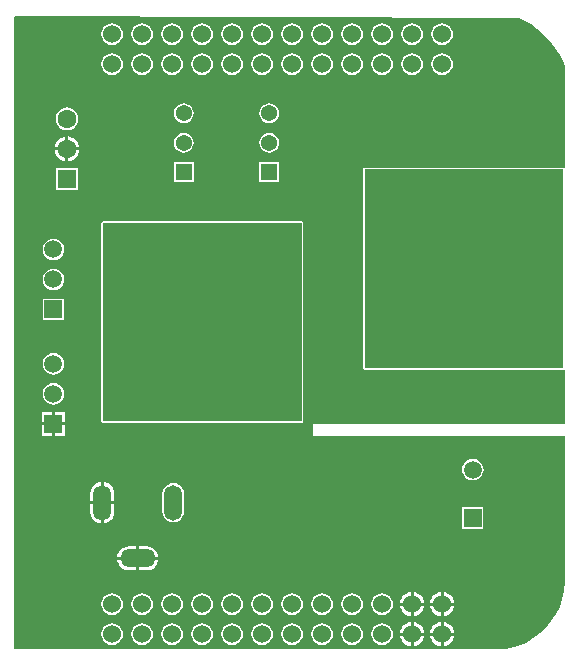
<source format=gbl>
G04*
G04 #@! TF.GenerationSoftware,Altium Limited,Altium Designer,23.2.1 (34)*
G04*
G04 Layer_Physical_Order=2*
G04 Layer_Color=16711680*
%FSLAX44Y44*%
%MOMM*%
G71*
G04*
G04 #@! TF.SameCoordinates,98CE878A-1806-4984-BA15-9BEB6A1E334D*
G04*
G04*
G04 #@! TF.FilePolarity,Positive*
G04*
G01*
G75*
%ADD50C,1.3716*%
%ADD51R,1.3716X1.3716*%
%ADD68C,1.6000*%
%ADD69R,1.6000X1.6000*%
%ADD70R,1.5000X1.5000*%
%ADD71C,1.5000*%
%ADD72C,1.5240*%
%ADD73O,1.5000X3.0000*%
%ADD74O,3.0000X1.5000*%
%ADD75C,0.7000*%
%ADD76C,0.6000*%
%ADD77C,1.0000*%
%ADD78C,1.2700*%
%ADD79C,0.9000*%
G36*
X436208Y539732D02*
X436208Y539732D01*
X436208Y539732D01*
X439469Y538092D01*
X445673Y534244D01*
X451511Y529861D01*
X456936Y524975D01*
X461905Y519627D01*
X466379Y513858D01*
X470322Y507714D01*
X473703Y501243D01*
X475100Y497871D01*
Y413279D01*
X473830Y412556D01*
X473251Y412795D01*
X305155D01*
X304007Y412320D01*
X304007Y412320D01*
X303531Y411172D01*
X303529Y243393D01*
X303994Y242270D01*
X304004Y242245D01*
X305153Y241769D01*
X305153Y241769D01*
X473251D01*
X473830Y242009D01*
X475100Y241286D01*
Y195667D01*
X261099Y195667D01*
X261098Y186777D01*
X261098Y185562D01*
X261098D01*
X261098Y185507D01*
X262346Y185507D01*
X262368Y185507D01*
X263616Y185507D01*
X475100Y185507D01*
X475100Y65122D01*
X475100Y65122D01*
Y61577D01*
X474279Y54535D01*
X472648Y47635D01*
X470230Y40970D01*
X467056Y34630D01*
X463170Y28700D01*
X458623Y23260D01*
X453477Y18383D01*
X447801Y14134D01*
X441671Y10571D01*
X435170Y7741D01*
X428385Y5684D01*
X424896Y5054D01*
X8186Y5054D01*
Y540411D01*
X9085Y541307D01*
X436208Y539732D01*
D02*
G37*
G36*
X473251Y243393D02*
X305153D01*
X305155Y411172D01*
X473251D01*
Y243393D01*
D02*
G37*
%LPC*%
G36*
X370762Y535040D02*
X368381Y534727D01*
X366162Y533808D01*
X364257Y532346D01*
X362795Y530441D01*
X361876Y528222D01*
X361563Y525841D01*
X361876Y523461D01*
X362795Y521242D01*
X364257Y519337D01*
X366162Y517875D01*
X368381Y516956D01*
X370762Y516643D01*
X373143Y516956D01*
X375361Y517875D01*
X377266Y519337D01*
X378728Y521242D01*
X379647Y523461D01*
X379960Y525841D01*
X379647Y528222D01*
X378728Y530441D01*
X377266Y532346D01*
X375361Y533808D01*
X373143Y534727D01*
X370762Y535040D01*
D02*
G37*
G36*
X345362D02*
X342981Y534727D01*
X340762Y533808D01*
X338857Y532346D01*
X337395Y530441D01*
X336476Y528222D01*
X336163Y525841D01*
X336476Y523461D01*
X337395Y521242D01*
X338857Y519337D01*
X340762Y517875D01*
X342981Y516956D01*
X345362Y516643D01*
X347743Y516956D01*
X349961Y517875D01*
X351866Y519337D01*
X353328Y521242D01*
X354247Y523461D01*
X354560Y525841D01*
X354247Y528222D01*
X353328Y530441D01*
X351866Y532346D01*
X349961Y533808D01*
X347743Y534727D01*
X345362Y535040D01*
D02*
G37*
G36*
X319962D02*
X317581Y534727D01*
X315362Y533808D01*
X313457Y532346D01*
X311995Y530441D01*
X311076Y528222D01*
X310763Y525841D01*
X311076Y523461D01*
X311995Y521242D01*
X313457Y519337D01*
X315362Y517875D01*
X317581Y516956D01*
X319962Y516643D01*
X322342Y516956D01*
X324561Y517875D01*
X326466Y519337D01*
X327928Y521242D01*
X328847Y523461D01*
X329160Y525841D01*
X328847Y528222D01*
X327928Y530441D01*
X326466Y532346D01*
X324561Y533808D01*
X322342Y534727D01*
X319962Y535040D01*
D02*
G37*
G36*
X294562D02*
X292181Y534727D01*
X289962Y533808D01*
X288057Y532346D01*
X286595Y530441D01*
X285676Y528222D01*
X285363Y525841D01*
X285676Y523461D01*
X286595Y521242D01*
X288057Y519337D01*
X289962Y517875D01*
X292181Y516956D01*
X294562Y516643D01*
X296943Y516956D01*
X299161Y517875D01*
X301066Y519337D01*
X302528Y521242D01*
X303447Y523461D01*
X303760Y525841D01*
X303447Y528222D01*
X302528Y530441D01*
X301066Y532346D01*
X299161Y533808D01*
X296943Y534727D01*
X294562Y535040D01*
D02*
G37*
G36*
X269162D02*
X266781Y534727D01*
X264562Y533808D01*
X262657Y532346D01*
X261195Y530441D01*
X260276Y528222D01*
X259963Y525841D01*
X260276Y523461D01*
X261195Y521242D01*
X262657Y519337D01*
X264562Y517875D01*
X266781Y516956D01*
X269162Y516643D01*
X271542Y516956D01*
X273761Y517875D01*
X275666Y519337D01*
X277128Y521242D01*
X278047Y523461D01*
X278360Y525841D01*
X278047Y528222D01*
X277128Y530441D01*
X275666Y532346D01*
X273761Y533808D01*
X271542Y534727D01*
X269162Y535040D01*
D02*
G37*
G36*
X243762D02*
X241381Y534727D01*
X239162Y533808D01*
X237257Y532346D01*
X235795Y530441D01*
X234876Y528222D01*
X234563Y525841D01*
X234876Y523461D01*
X235795Y521242D01*
X237257Y519337D01*
X239162Y517875D01*
X241381Y516956D01*
X243762Y516643D01*
X246143Y516956D01*
X248361Y517875D01*
X250266Y519337D01*
X251728Y521242D01*
X252647Y523461D01*
X252960Y525841D01*
X252647Y528222D01*
X251728Y530441D01*
X250266Y532346D01*
X248361Y533808D01*
X246143Y534727D01*
X243762Y535040D01*
D02*
G37*
G36*
X218362D02*
X215981Y534727D01*
X213762Y533808D01*
X211857Y532346D01*
X210395Y530441D01*
X209476Y528222D01*
X209163Y525841D01*
X209476Y523461D01*
X210395Y521242D01*
X211857Y519337D01*
X213762Y517875D01*
X215981Y516956D01*
X218362Y516643D01*
X220742Y516956D01*
X222961Y517875D01*
X224866Y519337D01*
X226328Y521242D01*
X227247Y523461D01*
X227560Y525841D01*
X227247Y528222D01*
X226328Y530441D01*
X224866Y532346D01*
X222961Y533808D01*
X220742Y534727D01*
X218362Y535040D01*
D02*
G37*
G36*
X192962D02*
X190581Y534727D01*
X188362Y533808D01*
X186457Y532346D01*
X184995Y530441D01*
X184076Y528222D01*
X183763Y525841D01*
X184076Y523461D01*
X184995Y521242D01*
X186457Y519337D01*
X188362Y517875D01*
X190581Y516956D01*
X192962Y516643D01*
X195343Y516956D01*
X197561Y517875D01*
X199466Y519337D01*
X200928Y521242D01*
X201847Y523461D01*
X202160Y525841D01*
X201847Y528222D01*
X200928Y530441D01*
X199466Y532346D01*
X197561Y533808D01*
X195343Y534727D01*
X192962Y535040D01*
D02*
G37*
G36*
X167562D02*
X165181Y534727D01*
X162962Y533808D01*
X161057Y532346D01*
X159595Y530441D01*
X158676Y528222D01*
X158363Y525841D01*
X158676Y523461D01*
X159595Y521242D01*
X161057Y519337D01*
X162962Y517875D01*
X165181Y516956D01*
X167562Y516643D01*
X169942Y516956D01*
X172161Y517875D01*
X174066Y519337D01*
X175528Y521242D01*
X176447Y523461D01*
X176760Y525841D01*
X176447Y528222D01*
X175528Y530441D01*
X174066Y532346D01*
X172161Y533808D01*
X169942Y534727D01*
X167562Y535040D01*
D02*
G37*
G36*
X142162D02*
X139781Y534727D01*
X137562Y533808D01*
X135657Y532346D01*
X134195Y530441D01*
X133276Y528222D01*
X132963Y525841D01*
X133276Y523461D01*
X134195Y521242D01*
X135657Y519337D01*
X137562Y517875D01*
X139781Y516956D01*
X142162Y516643D01*
X144543Y516956D01*
X146761Y517875D01*
X148666Y519337D01*
X150128Y521242D01*
X151047Y523461D01*
X151360Y525841D01*
X151047Y528222D01*
X150128Y530441D01*
X148666Y532346D01*
X146761Y533808D01*
X144543Y534727D01*
X142162Y535040D01*
D02*
G37*
G36*
X116762D02*
X114381Y534727D01*
X112162Y533808D01*
X110257Y532346D01*
X108795Y530441D01*
X107876Y528222D01*
X107563Y525841D01*
X107876Y523461D01*
X108795Y521242D01*
X110257Y519337D01*
X112162Y517875D01*
X114381Y516956D01*
X116762Y516643D01*
X119143Y516956D01*
X121361Y517875D01*
X123266Y519337D01*
X124728Y521242D01*
X125647Y523461D01*
X125960Y525841D01*
X125647Y528222D01*
X124728Y530441D01*
X123266Y532346D01*
X121361Y533808D01*
X119143Y534727D01*
X116762Y535040D01*
D02*
G37*
G36*
X91362D02*
X88981Y534727D01*
X86762Y533808D01*
X84857Y532346D01*
X83395Y530441D01*
X82476Y528222D01*
X82163Y525841D01*
X82476Y523461D01*
X83395Y521242D01*
X84857Y519337D01*
X86762Y517875D01*
X88981Y516956D01*
X91362Y516643D01*
X93743Y516956D01*
X95961Y517875D01*
X97866Y519337D01*
X99328Y521242D01*
X100247Y523461D01*
X100560Y525841D01*
X100247Y528222D01*
X99328Y530441D01*
X97866Y532346D01*
X95961Y533808D01*
X93743Y534727D01*
X91362Y535040D01*
D02*
G37*
G36*
X370762Y509640D02*
X368381Y509327D01*
X366162Y508408D01*
X364257Y506946D01*
X362795Y505041D01*
X361876Y502822D01*
X361563Y500441D01*
X361876Y498061D01*
X362795Y495842D01*
X364257Y493937D01*
X366162Y492475D01*
X368381Y491556D01*
X370762Y491243D01*
X373143Y491556D01*
X375361Y492475D01*
X377266Y493937D01*
X378728Y495842D01*
X379647Y498061D01*
X379960Y500441D01*
X379647Y502822D01*
X378728Y505041D01*
X377266Y506946D01*
X375361Y508408D01*
X373143Y509327D01*
X370762Y509640D01*
D02*
G37*
G36*
X345362D02*
X342981Y509327D01*
X340762Y508408D01*
X338857Y506946D01*
X337395Y505041D01*
X336476Y502822D01*
X336163Y500441D01*
X336476Y498061D01*
X337395Y495842D01*
X338857Y493937D01*
X340762Y492475D01*
X342981Y491556D01*
X345362Y491243D01*
X347743Y491556D01*
X349961Y492475D01*
X351866Y493937D01*
X353328Y495842D01*
X354247Y498061D01*
X354560Y500441D01*
X354247Y502822D01*
X353328Y505041D01*
X351866Y506946D01*
X349961Y508408D01*
X347743Y509327D01*
X345362Y509640D01*
D02*
G37*
G36*
X319962D02*
X317581Y509327D01*
X315362Y508408D01*
X313457Y506946D01*
X311995Y505041D01*
X311076Y502822D01*
X310763Y500441D01*
X311076Y498061D01*
X311995Y495842D01*
X313457Y493937D01*
X315362Y492475D01*
X317581Y491556D01*
X319962Y491243D01*
X322342Y491556D01*
X324561Y492475D01*
X326466Y493937D01*
X327928Y495842D01*
X328847Y498061D01*
X329160Y500441D01*
X328847Y502822D01*
X327928Y505041D01*
X326466Y506946D01*
X324561Y508408D01*
X322342Y509327D01*
X319962Y509640D01*
D02*
G37*
G36*
X294562D02*
X292181Y509327D01*
X289962Y508408D01*
X288057Y506946D01*
X286595Y505041D01*
X285676Y502822D01*
X285363Y500441D01*
X285676Y498061D01*
X286595Y495842D01*
X288057Y493937D01*
X289962Y492475D01*
X292181Y491556D01*
X294562Y491243D01*
X296943Y491556D01*
X299161Y492475D01*
X301066Y493937D01*
X302528Y495842D01*
X303447Y498061D01*
X303760Y500441D01*
X303447Y502822D01*
X302528Y505041D01*
X301066Y506946D01*
X299161Y508408D01*
X296943Y509327D01*
X294562Y509640D01*
D02*
G37*
G36*
X269162D02*
X266781Y509327D01*
X264562Y508408D01*
X262657Y506946D01*
X261195Y505041D01*
X260276Y502822D01*
X259963Y500441D01*
X260276Y498061D01*
X261195Y495842D01*
X262657Y493937D01*
X264562Y492475D01*
X266781Y491556D01*
X269162Y491243D01*
X271542Y491556D01*
X273761Y492475D01*
X275666Y493937D01*
X277128Y495842D01*
X278047Y498061D01*
X278360Y500441D01*
X278047Y502822D01*
X277128Y505041D01*
X275666Y506946D01*
X273761Y508408D01*
X271542Y509327D01*
X269162Y509640D01*
D02*
G37*
G36*
X243762D02*
X241381Y509327D01*
X239162Y508408D01*
X237257Y506946D01*
X235795Y505041D01*
X234876Y502822D01*
X234563Y500441D01*
X234876Y498061D01*
X235795Y495842D01*
X237257Y493937D01*
X239162Y492475D01*
X241381Y491556D01*
X243762Y491243D01*
X246143Y491556D01*
X248361Y492475D01*
X250266Y493937D01*
X251728Y495842D01*
X252647Y498061D01*
X252960Y500441D01*
X252647Y502822D01*
X251728Y505041D01*
X250266Y506946D01*
X248361Y508408D01*
X246143Y509327D01*
X243762Y509640D01*
D02*
G37*
G36*
X218362D02*
X215981Y509327D01*
X213762Y508408D01*
X211857Y506946D01*
X210395Y505041D01*
X209476Y502822D01*
X209163Y500441D01*
X209476Y498061D01*
X210395Y495842D01*
X211857Y493937D01*
X213762Y492475D01*
X215981Y491556D01*
X218362Y491243D01*
X220742Y491556D01*
X222961Y492475D01*
X224866Y493937D01*
X226328Y495842D01*
X227247Y498061D01*
X227560Y500441D01*
X227247Y502822D01*
X226328Y505041D01*
X224866Y506946D01*
X222961Y508408D01*
X220742Y509327D01*
X218362Y509640D01*
D02*
G37*
G36*
X192962D02*
X190581Y509327D01*
X188362Y508408D01*
X186457Y506946D01*
X184995Y505041D01*
X184076Y502822D01*
X183763Y500441D01*
X184076Y498061D01*
X184995Y495842D01*
X186457Y493937D01*
X188362Y492475D01*
X190581Y491556D01*
X192962Y491243D01*
X195343Y491556D01*
X197561Y492475D01*
X199466Y493937D01*
X200928Y495842D01*
X201847Y498061D01*
X202160Y500441D01*
X201847Y502822D01*
X200928Y505041D01*
X199466Y506946D01*
X197561Y508408D01*
X195343Y509327D01*
X192962Y509640D01*
D02*
G37*
G36*
X167562D02*
X165181Y509327D01*
X162962Y508408D01*
X161057Y506946D01*
X159595Y505041D01*
X158676Y502822D01*
X158363Y500441D01*
X158676Y498061D01*
X159595Y495842D01*
X161057Y493937D01*
X162962Y492475D01*
X165181Y491556D01*
X167562Y491243D01*
X169942Y491556D01*
X172161Y492475D01*
X174066Y493937D01*
X175528Y495842D01*
X176447Y498061D01*
X176760Y500441D01*
X176447Y502822D01*
X175528Y505041D01*
X174066Y506946D01*
X172161Y508408D01*
X169942Y509327D01*
X167562Y509640D01*
D02*
G37*
G36*
X142162D02*
X139781Y509327D01*
X137562Y508408D01*
X135657Y506946D01*
X134195Y505041D01*
X133276Y502822D01*
X132963Y500441D01*
X133276Y498061D01*
X134195Y495842D01*
X135657Y493937D01*
X137562Y492475D01*
X139781Y491556D01*
X142162Y491243D01*
X144543Y491556D01*
X146761Y492475D01*
X148666Y493937D01*
X150128Y495842D01*
X151047Y498061D01*
X151360Y500441D01*
X151047Y502822D01*
X150128Y505041D01*
X148666Y506946D01*
X146761Y508408D01*
X144543Y509327D01*
X142162Y509640D01*
D02*
G37*
G36*
X116762D02*
X114381Y509327D01*
X112162Y508408D01*
X110257Y506946D01*
X108795Y505041D01*
X107876Y502822D01*
X107563Y500441D01*
X107876Y498061D01*
X108795Y495842D01*
X110257Y493937D01*
X112162Y492475D01*
X114381Y491556D01*
X116762Y491243D01*
X119143Y491556D01*
X121361Y492475D01*
X123266Y493937D01*
X124728Y495842D01*
X125647Y498061D01*
X125960Y500441D01*
X125647Y502822D01*
X124728Y505041D01*
X123266Y506946D01*
X121361Y508408D01*
X119143Y509327D01*
X116762Y509640D01*
D02*
G37*
G36*
X91362D02*
X88981Y509327D01*
X86762Y508408D01*
X84857Y506946D01*
X83395Y505041D01*
X82476Y502822D01*
X82163Y500441D01*
X82476Y498061D01*
X83395Y495842D01*
X84857Y493937D01*
X86762Y492475D01*
X88981Y491556D01*
X91362Y491243D01*
X93743Y491556D01*
X95961Y492475D01*
X97866Y493937D01*
X99328Y495842D01*
X100247Y498061D01*
X100560Y500441D01*
X100247Y502822D01*
X99328Y505041D01*
X97866Y506946D01*
X95961Y508408D01*
X93743Y509327D01*
X91362Y509640D01*
D02*
G37*
G36*
X224514Y467193D02*
X222332Y466906D01*
X220299Y466064D01*
X218553Y464724D01*
X217213Y462978D01*
X216371Y460945D01*
X216084Y458763D01*
X216371Y456581D01*
X217213Y454548D01*
X218553Y452802D01*
X220299Y451462D01*
X222332Y450620D01*
X224514Y450333D01*
X226696Y450620D01*
X228729Y451462D01*
X230475Y452802D01*
X231815Y454548D01*
X232657Y456581D01*
X232944Y458763D01*
X232657Y460945D01*
X231815Y462978D01*
X230475Y464724D01*
X228729Y466064D01*
X226696Y466906D01*
X224514Y467193D01*
D02*
G37*
G36*
X152127D02*
X149945Y466906D01*
X147912Y466064D01*
X146166Y464724D01*
X144826Y462978D01*
X143984Y460945D01*
X143697Y458763D01*
X143984Y456581D01*
X144826Y454548D01*
X146166Y452802D01*
X147912Y451462D01*
X149945Y450620D01*
X152127Y450333D01*
X154309Y450620D01*
X156342Y451462D01*
X158088Y452802D01*
X159428Y454548D01*
X160270Y456581D01*
X160557Y458763D01*
X160270Y460945D01*
X159428Y462978D01*
X158088Y464724D01*
X156342Y466064D01*
X154309Y466906D01*
X152127Y467193D01*
D02*
G37*
G36*
X53135Y463675D02*
X50655Y463349D01*
X48344Y462392D01*
X46360Y460869D01*
X44837Y458885D01*
X43880Y456573D01*
X43553Y454094D01*
X43880Y451614D01*
X44837Y449302D01*
X46360Y447318D01*
X48344Y445795D01*
X50655Y444838D01*
X53135Y444511D01*
X55615Y444838D01*
X57926Y445795D01*
X59911Y447318D01*
X61433Y449302D01*
X62391Y451614D01*
X62717Y454094D01*
X62391Y456573D01*
X61433Y458885D01*
X59911Y460869D01*
X57926Y462392D01*
X55615Y463349D01*
X53135Y463675D01*
D02*
G37*
G36*
X54405Y439157D02*
Y429963D01*
X63599D01*
X63404Y431445D01*
X62342Y434009D01*
X60652Y436211D01*
X58451Y437900D01*
X55887Y438962D01*
X54405Y439157D01*
D02*
G37*
G36*
X51865D02*
X50384Y438962D01*
X47820Y437900D01*
X45618Y436211D01*
X43928Y434009D01*
X42867Y431445D01*
X42671Y429963D01*
X51865D01*
Y439157D01*
D02*
G37*
G36*
X224514Y442193D02*
X222332Y441906D01*
X220299Y441064D01*
X218553Y439724D01*
X217213Y437978D01*
X216371Y435945D01*
X216084Y433763D01*
X216371Y431581D01*
X217213Y429548D01*
X218553Y427802D01*
X220299Y426463D01*
X222332Y425620D01*
X224514Y425333D01*
X226696Y425620D01*
X228729Y426463D01*
X230475Y427802D01*
X231815Y429548D01*
X232657Y431581D01*
X232944Y433763D01*
X232657Y435945D01*
X231815Y437978D01*
X230475Y439724D01*
X228729Y441064D01*
X226696Y441906D01*
X224514Y442193D01*
D02*
G37*
G36*
X152127D02*
X149945Y441906D01*
X147912Y441064D01*
X146166Y439724D01*
X144826Y437978D01*
X143984Y435945D01*
X143697Y433763D01*
X143984Y431581D01*
X144826Y429548D01*
X146166Y427802D01*
X147912Y426463D01*
X149945Y425620D01*
X152127Y425333D01*
X154309Y425620D01*
X156342Y426463D01*
X158088Y427802D01*
X159428Y429548D01*
X160270Y431581D01*
X160557Y433763D01*
X160270Y435945D01*
X159428Y437978D01*
X158088Y439724D01*
X156342Y441064D01*
X154309Y441906D01*
X152127Y442193D01*
D02*
G37*
G36*
X63599Y427424D02*
X54405D01*
Y418230D01*
X55887Y418425D01*
X58451Y419487D01*
X60652Y421176D01*
X62342Y423378D01*
X63404Y425942D01*
X63599Y427424D01*
D02*
G37*
G36*
X51865D02*
X42671D01*
X42867Y425942D01*
X43928Y423378D01*
X45618Y421176D01*
X47820Y419487D01*
X50384Y418425D01*
X51865Y418230D01*
Y427424D01*
D02*
G37*
G36*
X232872Y417121D02*
X216156D01*
Y400405D01*
X232872D01*
Y417121D01*
D02*
G37*
G36*
X160485D02*
X143769D01*
Y400405D01*
X160485D01*
Y417121D01*
D02*
G37*
G36*
X62635Y412794D02*
X43635D01*
Y393793D01*
X62635D01*
Y412794D01*
D02*
G37*
G36*
X41785Y352724D02*
X39436Y352414D01*
X37246Y351507D01*
X35366Y350065D01*
X33924Y348185D01*
X33017Y345995D01*
X32708Y343646D01*
X33017Y341297D01*
X33924Y339107D01*
X35366Y337227D01*
X37246Y335784D01*
X39436Y334878D01*
X41785Y334568D01*
X44135Y334878D01*
X46324Y335784D01*
X48204Y337227D01*
X49647Y339107D01*
X50553Y341297D01*
X50863Y343646D01*
X50553Y345995D01*
X49647Y348185D01*
X48204Y350065D01*
X46324Y351507D01*
X44135Y352414D01*
X41785Y352724D01*
D02*
G37*
G36*
Y327324D02*
X39436Y327014D01*
X37246Y326107D01*
X35366Y324665D01*
X33924Y322785D01*
X33017Y320595D01*
X32708Y318246D01*
X33017Y315896D01*
X33924Y313707D01*
X35366Y311827D01*
X37246Y310385D01*
X39436Y309478D01*
X41785Y309168D01*
X44135Y309478D01*
X46324Y310385D01*
X48204Y311827D01*
X49647Y313707D01*
X50553Y315896D01*
X50863Y318246D01*
X50553Y320595D01*
X49647Y322785D01*
X48204Y324665D01*
X46324Y326107D01*
X44135Y327014D01*
X41785Y327324D01*
D02*
G37*
G36*
X50785Y301846D02*
X32785D01*
Y283846D01*
X50785D01*
Y301846D01*
D02*
G37*
G36*
X41785Y255723D02*
X39436Y255413D01*
X37246Y254506D01*
X35366Y253064D01*
X33924Y251184D01*
X33017Y248994D01*
X32708Y246645D01*
X33017Y244296D01*
X33924Y242106D01*
X35366Y240226D01*
X37246Y238783D01*
X39436Y237877D01*
X41785Y237567D01*
X44135Y237877D01*
X46324Y238783D01*
X48204Y240226D01*
X49647Y242106D01*
X50553Y244296D01*
X50863Y246645D01*
X50553Y248994D01*
X49647Y251184D01*
X48204Y253064D01*
X46324Y254506D01*
X44135Y255413D01*
X41785Y255723D01*
D02*
G37*
G36*
Y230323D02*
X39436Y230013D01*
X37246Y229106D01*
X35366Y227664D01*
X33924Y225784D01*
X33017Y223594D01*
X32708Y221245D01*
X33017Y218895D01*
X33924Y216706D01*
X35366Y214826D01*
X37246Y213384D01*
X39436Y212477D01*
X41785Y212167D01*
X44135Y212477D01*
X46324Y213384D01*
X48204Y214826D01*
X49647Y216706D01*
X50553Y218895D01*
X50863Y221245D01*
X50553Y223594D01*
X49647Y225784D01*
X48204Y227664D01*
X46324Y229106D01*
X44135Y230013D01*
X41785Y230323D01*
D02*
G37*
G36*
X51825Y205885D02*
X43055D01*
Y197115D01*
X51825D01*
Y205885D01*
D02*
G37*
G36*
X40515D02*
X31745D01*
Y197115D01*
X40515D01*
Y205885D01*
D02*
G37*
G36*
X251841Y367410D02*
X83744D01*
X82596Y366935D01*
X82596Y366935D01*
X82121Y365787D01*
X82119Y198008D01*
X82584Y196885D01*
X82594Y196860D01*
X83742Y196384D01*
X83742Y196384D01*
X251841D01*
X252989Y196860D01*
X253464Y198008D01*
Y365787D01*
X252989Y366935D01*
X251841Y367410D01*
D02*
G37*
G36*
X51825Y194575D02*
X43055D01*
Y185805D01*
X51825D01*
Y194575D01*
D02*
G37*
G36*
X40515D02*
X31745D01*
Y185805D01*
X40515D01*
Y194575D01*
D02*
G37*
G36*
X396851Y166198D02*
X394501Y165889D01*
X392312Y164982D01*
X390432Y163539D01*
X388989Y161659D01*
X388082Y159470D01*
X387773Y157120D01*
X388082Y154771D01*
X388989Y152581D01*
X390432Y150701D01*
X392312Y149259D01*
X394501Y148352D01*
X396851Y148043D01*
X399200Y148352D01*
X401389Y149259D01*
X403269Y150701D01*
X404712Y152581D01*
X405619Y154771D01*
X405928Y157120D01*
X405619Y159470D01*
X404712Y161659D01*
X403269Y163539D01*
X401389Y164982D01*
X399200Y165889D01*
X396851Y166198D01*
D02*
G37*
G36*
X84394Y146503D02*
Y130314D01*
X93251D01*
Y136544D01*
X92906Y139164D01*
X91894Y141607D01*
X90285Y143704D01*
X88187Y145314D01*
X85745Y146325D01*
X84394Y146503D01*
D02*
G37*
G36*
X81854Y146503D02*
X80503Y146325D01*
X78061Y145314D01*
X75963Y143704D01*
X74354Y141607D01*
X73342Y139164D01*
X72997Y136544D01*
Y130314D01*
X81854D01*
Y146503D01*
D02*
G37*
G36*
X143124Y145621D02*
X140774Y145312D01*
X138585Y144405D01*
X136705Y142962D01*
X135262Y141082D01*
X134355Y138893D01*
X134046Y136544D01*
Y121544D01*
X134355Y119194D01*
X135262Y117005D01*
X136705Y115125D01*
X138585Y113682D01*
X140774Y112775D01*
X143124Y112466D01*
X145473Y112775D01*
X147663Y113682D01*
X149543Y115125D01*
X150985Y117005D01*
X151892Y119194D01*
X152201Y121544D01*
Y136544D01*
X151892Y138893D01*
X150985Y141082D01*
X149543Y142962D01*
X147663Y144405D01*
X145473Y145312D01*
X143124Y145621D01*
D02*
G37*
G36*
X81854Y127774D02*
X72997D01*
Y121544D01*
X73342Y118923D01*
X74354Y116480D01*
X75963Y114383D01*
X78061Y112774D01*
X80503Y111762D01*
X81854Y111584D01*
Y127774D01*
D02*
G37*
G36*
X93251D02*
X84394D01*
Y111584D01*
X85745Y111762D01*
X88187Y112774D01*
X90285Y114383D01*
X91894Y116480D01*
X92906Y118923D01*
X93251Y121544D01*
Y127774D01*
D02*
G37*
G36*
X405850Y125049D02*
X387850D01*
Y107050D01*
X405850D01*
Y125049D01*
D02*
G37*
G36*
X120624Y92170D02*
X114394D01*
Y83313D01*
X130583D01*
X130405Y84664D01*
X129394Y87107D01*
X127785Y89204D01*
X125687Y90813D01*
X123245Y91825D01*
X120624Y92170D01*
D02*
G37*
G36*
X111854D02*
X105624D01*
X103003Y91825D01*
X100561Y90813D01*
X98463Y89204D01*
X96854Y87107D01*
X95842Y84664D01*
X95665Y83313D01*
X111854D01*
Y92170D01*
D02*
G37*
G36*
X130583Y80773D02*
X114394D01*
Y71917D01*
X120624D01*
X123245Y72262D01*
X125687Y73274D01*
X127785Y74883D01*
X129394Y76980D01*
X130405Y79422D01*
X130583Y80773D01*
D02*
G37*
G36*
X111854D02*
X95665D01*
X95842Y79422D01*
X96854Y76980D01*
X98463Y74883D01*
X100561Y73274D01*
X103003Y72262D01*
X105624Y71917D01*
X111854D01*
Y80773D01*
D02*
G37*
G36*
X372032Y53322D02*
Y44511D01*
X380842D01*
X380660Y45894D01*
X379636Y48365D01*
X378008Y50488D01*
X375886Y52116D01*
X373414Y53140D01*
X372032Y53322D01*
D02*
G37*
G36*
X369492D02*
X368109Y53140D01*
X365638Y52116D01*
X363516Y50488D01*
X361887Y48365D01*
X360863Y45894D01*
X360681Y44511D01*
X369492D01*
Y53322D01*
D02*
G37*
G36*
X346632D02*
Y44511D01*
X355442D01*
X355260Y45894D01*
X354236Y48365D01*
X352608Y50488D01*
X350485Y52116D01*
X348014Y53140D01*
X346632Y53322D01*
D02*
G37*
G36*
X344092D02*
X342709Y53140D01*
X340238Y52116D01*
X338116Y50488D01*
X336487Y48365D01*
X335463Y45894D01*
X335281Y44511D01*
X344092D01*
Y53322D01*
D02*
G37*
G36*
X319962Y52440D02*
X317581Y52127D01*
X315362Y51208D01*
X313457Y49746D01*
X311995Y47841D01*
X311076Y45622D01*
X310763Y43241D01*
X311076Y40861D01*
X311995Y38642D01*
X313457Y36737D01*
X315362Y35275D01*
X317581Y34356D01*
X319962Y34043D01*
X322342Y34356D01*
X324561Y35275D01*
X326466Y36737D01*
X327928Y38642D01*
X328847Y40861D01*
X329160Y43241D01*
X328847Y45622D01*
X327928Y47841D01*
X326466Y49746D01*
X324561Y51208D01*
X322342Y52127D01*
X319962Y52440D01*
D02*
G37*
G36*
X294562D02*
X292181Y52127D01*
X289962Y51208D01*
X288057Y49746D01*
X286595Y47841D01*
X285676Y45622D01*
X285363Y43241D01*
X285676Y40861D01*
X286595Y38642D01*
X288057Y36737D01*
X289962Y35275D01*
X292181Y34356D01*
X294562Y34043D01*
X296943Y34356D01*
X299161Y35275D01*
X301066Y36737D01*
X302528Y38642D01*
X303447Y40861D01*
X303760Y43241D01*
X303447Y45622D01*
X302528Y47841D01*
X301066Y49746D01*
X299161Y51208D01*
X296943Y52127D01*
X294562Y52440D01*
D02*
G37*
G36*
X269162D02*
X266781Y52127D01*
X264562Y51208D01*
X262657Y49746D01*
X261195Y47841D01*
X260276Y45622D01*
X259963Y43241D01*
X260276Y40861D01*
X261195Y38642D01*
X262657Y36737D01*
X264562Y35275D01*
X266781Y34356D01*
X269162Y34043D01*
X271542Y34356D01*
X273761Y35275D01*
X275666Y36737D01*
X277128Y38642D01*
X278047Y40861D01*
X278360Y43241D01*
X278047Y45622D01*
X277128Y47841D01*
X275666Y49746D01*
X273761Y51208D01*
X271542Y52127D01*
X269162Y52440D01*
D02*
G37*
G36*
X243762D02*
X241381Y52127D01*
X239162Y51208D01*
X237257Y49746D01*
X235795Y47841D01*
X234876Y45622D01*
X234563Y43241D01*
X234876Y40861D01*
X235795Y38642D01*
X237257Y36737D01*
X239162Y35275D01*
X241381Y34356D01*
X243762Y34043D01*
X246143Y34356D01*
X248361Y35275D01*
X250266Y36737D01*
X251728Y38642D01*
X252647Y40861D01*
X252960Y43241D01*
X252647Y45622D01*
X251728Y47841D01*
X250266Y49746D01*
X248361Y51208D01*
X246143Y52127D01*
X243762Y52440D01*
D02*
G37*
G36*
X218362D02*
X215981Y52127D01*
X213762Y51208D01*
X211857Y49746D01*
X210395Y47841D01*
X209476Y45622D01*
X209163Y43241D01*
X209476Y40861D01*
X210395Y38642D01*
X211857Y36737D01*
X213762Y35275D01*
X215981Y34356D01*
X218362Y34043D01*
X220742Y34356D01*
X222961Y35275D01*
X224866Y36737D01*
X226328Y38642D01*
X227247Y40861D01*
X227560Y43241D01*
X227247Y45622D01*
X226328Y47841D01*
X224866Y49746D01*
X222961Y51208D01*
X220742Y52127D01*
X218362Y52440D01*
D02*
G37*
G36*
X192962D02*
X190581Y52127D01*
X188362Y51208D01*
X186457Y49746D01*
X184995Y47841D01*
X184076Y45622D01*
X183763Y43241D01*
X184076Y40861D01*
X184995Y38642D01*
X186457Y36737D01*
X188362Y35275D01*
X190581Y34356D01*
X192962Y34043D01*
X195343Y34356D01*
X197561Y35275D01*
X199466Y36737D01*
X200928Y38642D01*
X201847Y40861D01*
X202160Y43241D01*
X201847Y45622D01*
X200928Y47841D01*
X199466Y49746D01*
X197561Y51208D01*
X195343Y52127D01*
X192962Y52440D01*
D02*
G37*
G36*
X167562D02*
X165181Y52127D01*
X162962Y51208D01*
X161057Y49746D01*
X159595Y47841D01*
X158676Y45622D01*
X158363Y43241D01*
X158676Y40861D01*
X159595Y38642D01*
X161057Y36737D01*
X162962Y35275D01*
X165181Y34356D01*
X167562Y34043D01*
X169942Y34356D01*
X172161Y35275D01*
X174066Y36737D01*
X175528Y38642D01*
X176447Y40861D01*
X176760Y43241D01*
X176447Y45622D01*
X175528Y47841D01*
X174066Y49746D01*
X172161Y51208D01*
X169942Y52127D01*
X167562Y52440D01*
D02*
G37*
G36*
X142162D02*
X139781Y52127D01*
X137562Y51208D01*
X135657Y49746D01*
X134195Y47841D01*
X133276Y45622D01*
X132963Y43241D01*
X133276Y40861D01*
X134195Y38642D01*
X135657Y36737D01*
X137562Y35275D01*
X139781Y34356D01*
X142162Y34043D01*
X144543Y34356D01*
X146761Y35275D01*
X148666Y36737D01*
X150128Y38642D01*
X151047Y40861D01*
X151360Y43241D01*
X151047Y45622D01*
X150128Y47841D01*
X148666Y49746D01*
X146761Y51208D01*
X144543Y52127D01*
X142162Y52440D01*
D02*
G37*
G36*
X116762D02*
X114381Y52127D01*
X112162Y51208D01*
X110257Y49746D01*
X108795Y47841D01*
X107876Y45622D01*
X107563Y43241D01*
X107876Y40861D01*
X108795Y38642D01*
X110257Y36737D01*
X112162Y35275D01*
X114381Y34356D01*
X116762Y34043D01*
X119143Y34356D01*
X121361Y35275D01*
X123266Y36737D01*
X124728Y38642D01*
X125647Y40861D01*
X125960Y43241D01*
X125647Y45622D01*
X124728Y47841D01*
X123266Y49746D01*
X121361Y51208D01*
X119143Y52127D01*
X116762Y52440D01*
D02*
G37*
G36*
X91362D02*
X88981Y52127D01*
X86762Y51208D01*
X84857Y49746D01*
X83395Y47841D01*
X82476Y45622D01*
X82163Y43241D01*
X82476Y40861D01*
X83395Y38642D01*
X84857Y36737D01*
X86762Y35275D01*
X88981Y34356D01*
X91362Y34043D01*
X93743Y34356D01*
X95961Y35275D01*
X97866Y36737D01*
X99328Y38642D01*
X100247Y40861D01*
X100560Y43241D01*
X100247Y45622D01*
X99328Y47841D01*
X97866Y49746D01*
X95961Y51208D01*
X93743Y52127D01*
X91362Y52440D01*
D02*
G37*
G36*
X380842Y41971D02*
X372032D01*
Y33161D01*
X373414Y33343D01*
X375886Y34367D01*
X378008Y35995D01*
X379636Y38117D01*
X380660Y40589D01*
X380842Y41971D01*
D02*
G37*
G36*
X369492D02*
X360681D01*
X360863Y40589D01*
X361887Y38117D01*
X363516Y35995D01*
X365638Y34367D01*
X368109Y33343D01*
X369492Y33161D01*
Y41971D01*
D02*
G37*
G36*
X355442D02*
X346632D01*
Y33161D01*
X348014Y33343D01*
X350485Y34367D01*
X352608Y35995D01*
X354236Y38117D01*
X355260Y40589D01*
X355442Y41971D01*
D02*
G37*
G36*
X344092D02*
X335281D01*
X335463Y40589D01*
X336487Y38117D01*
X338116Y35995D01*
X340238Y34367D01*
X342709Y33343D01*
X344092Y33161D01*
Y41971D01*
D02*
G37*
G36*
X372032Y27922D02*
Y19111D01*
X380842D01*
X380660Y20494D01*
X379636Y22965D01*
X378008Y25088D01*
X375886Y26716D01*
X373414Y27740D01*
X372032Y27922D01*
D02*
G37*
G36*
X369492D02*
X368109Y27740D01*
X365638Y26716D01*
X363516Y25088D01*
X361887Y22965D01*
X360863Y20494D01*
X360681Y19111D01*
X369492D01*
Y27922D01*
D02*
G37*
G36*
X346632D02*
Y19111D01*
X355442D01*
X355260Y20494D01*
X354236Y22965D01*
X352608Y25088D01*
X350485Y26716D01*
X348014Y27740D01*
X346632Y27922D01*
D02*
G37*
G36*
X344092D02*
X342709Y27740D01*
X340238Y26716D01*
X338116Y25088D01*
X336487Y22965D01*
X335463Y20494D01*
X335281Y19111D01*
X344092D01*
Y27922D01*
D02*
G37*
G36*
X319962Y27040D02*
X317581Y26727D01*
X315362Y25808D01*
X313457Y24346D01*
X311995Y22441D01*
X311076Y20222D01*
X310763Y17841D01*
X311076Y15461D01*
X311995Y13242D01*
X313457Y11337D01*
X315362Y9875D01*
X317581Y8956D01*
X319962Y8643D01*
X322342Y8956D01*
X324561Y9875D01*
X326466Y11337D01*
X327928Y13242D01*
X328847Y15461D01*
X329160Y17841D01*
X328847Y20222D01*
X327928Y22441D01*
X326466Y24346D01*
X324561Y25808D01*
X322342Y26727D01*
X319962Y27040D01*
D02*
G37*
G36*
X294562D02*
X292181Y26727D01*
X289962Y25808D01*
X288057Y24346D01*
X286595Y22441D01*
X285676Y20222D01*
X285363Y17841D01*
X285676Y15461D01*
X286595Y13242D01*
X288057Y11337D01*
X289962Y9875D01*
X292181Y8956D01*
X294562Y8643D01*
X296943Y8956D01*
X299161Y9875D01*
X301066Y11337D01*
X302528Y13242D01*
X303447Y15461D01*
X303760Y17841D01*
X303447Y20222D01*
X302528Y22441D01*
X301066Y24346D01*
X299161Y25808D01*
X296943Y26727D01*
X294562Y27040D01*
D02*
G37*
G36*
X269162D02*
X266781Y26727D01*
X264562Y25808D01*
X262657Y24346D01*
X261195Y22441D01*
X260276Y20222D01*
X259963Y17841D01*
X260276Y15461D01*
X261195Y13242D01*
X262657Y11337D01*
X264562Y9875D01*
X266781Y8956D01*
X269162Y8643D01*
X271542Y8956D01*
X273761Y9875D01*
X275666Y11337D01*
X277128Y13242D01*
X278047Y15461D01*
X278360Y17841D01*
X278047Y20222D01*
X277128Y22441D01*
X275666Y24346D01*
X273761Y25808D01*
X271542Y26727D01*
X269162Y27040D01*
D02*
G37*
G36*
X243762D02*
X241381Y26727D01*
X239162Y25808D01*
X237257Y24346D01*
X235795Y22441D01*
X234876Y20222D01*
X234563Y17841D01*
X234876Y15461D01*
X235795Y13242D01*
X237257Y11337D01*
X239162Y9875D01*
X241381Y8956D01*
X243762Y8643D01*
X246143Y8956D01*
X248361Y9875D01*
X250266Y11337D01*
X251728Y13242D01*
X252647Y15461D01*
X252960Y17841D01*
X252647Y20222D01*
X251728Y22441D01*
X250266Y24346D01*
X248361Y25808D01*
X246143Y26727D01*
X243762Y27040D01*
D02*
G37*
G36*
X218362D02*
X215981Y26727D01*
X213762Y25808D01*
X211857Y24346D01*
X210395Y22441D01*
X209476Y20222D01*
X209163Y17841D01*
X209476Y15461D01*
X210395Y13242D01*
X211857Y11337D01*
X213762Y9875D01*
X215981Y8956D01*
X218362Y8643D01*
X220742Y8956D01*
X222961Y9875D01*
X224866Y11337D01*
X226328Y13242D01*
X227247Y15461D01*
X227560Y17841D01*
X227247Y20222D01*
X226328Y22441D01*
X224866Y24346D01*
X222961Y25808D01*
X220742Y26727D01*
X218362Y27040D01*
D02*
G37*
G36*
X192962D02*
X190581Y26727D01*
X188362Y25808D01*
X186457Y24346D01*
X184995Y22441D01*
X184076Y20222D01*
X183763Y17841D01*
X184076Y15461D01*
X184995Y13242D01*
X186457Y11337D01*
X188362Y9875D01*
X190581Y8956D01*
X192962Y8643D01*
X195343Y8956D01*
X197561Y9875D01*
X199466Y11337D01*
X200928Y13242D01*
X201847Y15461D01*
X202160Y17841D01*
X201847Y20222D01*
X200928Y22441D01*
X199466Y24346D01*
X197561Y25808D01*
X195343Y26727D01*
X192962Y27040D01*
D02*
G37*
G36*
X167562D02*
X165181Y26727D01*
X162962Y25808D01*
X161057Y24346D01*
X159595Y22441D01*
X158676Y20222D01*
X158363Y17841D01*
X158676Y15461D01*
X159595Y13242D01*
X161057Y11337D01*
X162962Y9875D01*
X165181Y8956D01*
X167562Y8643D01*
X169942Y8956D01*
X172161Y9875D01*
X174066Y11337D01*
X175528Y13242D01*
X176447Y15461D01*
X176760Y17841D01*
X176447Y20222D01*
X175528Y22441D01*
X174066Y24346D01*
X172161Y25808D01*
X169942Y26727D01*
X167562Y27040D01*
D02*
G37*
G36*
X142162D02*
X139781Y26727D01*
X137562Y25808D01*
X135657Y24346D01*
X134195Y22441D01*
X133276Y20222D01*
X132963Y17841D01*
X133276Y15461D01*
X134195Y13242D01*
X135657Y11337D01*
X137562Y9875D01*
X139781Y8956D01*
X142162Y8643D01*
X144543Y8956D01*
X146761Y9875D01*
X148666Y11337D01*
X150128Y13242D01*
X151047Y15461D01*
X151360Y17841D01*
X151047Y20222D01*
X150128Y22441D01*
X148666Y24346D01*
X146761Y25808D01*
X144543Y26727D01*
X142162Y27040D01*
D02*
G37*
G36*
X116762D02*
X114381Y26727D01*
X112162Y25808D01*
X110257Y24346D01*
X108795Y22441D01*
X107876Y20222D01*
X107563Y17841D01*
X107876Y15461D01*
X108795Y13242D01*
X110257Y11337D01*
X112162Y9875D01*
X114381Y8956D01*
X116762Y8643D01*
X119143Y8956D01*
X121361Y9875D01*
X123266Y11337D01*
X124728Y13242D01*
X125647Y15461D01*
X125960Y17841D01*
X125647Y20222D01*
X124728Y22441D01*
X123266Y24346D01*
X121361Y25808D01*
X119143Y26727D01*
X116762Y27040D01*
D02*
G37*
G36*
X91362D02*
X88981Y26727D01*
X86762Y25808D01*
X84857Y24346D01*
X83395Y22441D01*
X82476Y20222D01*
X82163Y17841D01*
X82476Y15461D01*
X83395Y13242D01*
X84857Y11337D01*
X86762Y9875D01*
X88981Y8956D01*
X91362Y8643D01*
X93743Y8956D01*
X95961Y9875D01*
X97866Y11337D01*
X99328Y13242D01*
X100247Y15461D01*
X100560Y17841D01*
X100247Y20222D01*
X99328Y22441D01*
X97866Y24346D01*
X95961Y25808D01*
X93743Y26727D01*
X91362Y27040D01*
D02*
G37*
G36*
X380842Y16571D02*
X372032D01*
Y7761D01*
X373414Y7943D01*
X375886Y8967D01*
X378008Y10595D01*
X379636Y12717D01*
X380660Y15189D01*
X380842Y16571D01*
D02*
G37*
G36*
X369492D02*
X360681D01*
X360863Y15189D01*
X361887Y12717D01*
X363516Y10595D01*
X365638Y8967D01*
X368109Y7943D01*
X369492Y7761D01*
Y16571D01*
D02*
G37*
G36*
X355442D02*
X346632D01*
Y7761D01*
X348014Y7943D01*
X350485Y8967D01*
X352608Y10595D01*
X354236Y12717D01*
X355260Y15189D01*
X355442Y16571D01*
D02*
G37*
G36*
X344092D02*
X335281D01*
X335463Y15189D01*
X336487Y12717D01*
X338116Y10595D01*
X340238Y8967D01*
X342709Y7943D01*
X344092Y7761D01*
Y16571D01*
D02*
G37*
%LPD*%
G36*
X251841Y198008D02*
X83742D01*
X83744Y365787D01*
X251841D01*
Y198008D01*
D02*
G37*
D50*
X152127Y433763D02*
D03*
Y458763D02*
D03*
X224514Y433763D02*
D03*
Y458763D02*
D03*
D51*
X152127Y408763D02*
D03*
X224514D02*
D03*
D68*
X53135Y454094D02*
D03*
Y428694D02*
D03*
D69*
Y403293D02*
D03*
D70*
X41785Y195845D02*
D03*
Y292846D02*
D03*
X396851Y116049D02*
D03*
D71*
X41785Y221245D02*
D03*
Y246645D02*
D03*
Y318246D02*
D03*
Y343646D02*
D03*
X396851Y157120D02*
D03*
D72*
X370762Y525841D02*
D03*
X345362D02*
D03*
X319962D02*
D03*
X294562D02*
D03*
X269162D02*
D03*
X243762D02*
D03*
X218362D02*
D03*
X192962D02*
D03*
X167562D02*
D03*
X142162D02*
D03*
X116762D02*
D03*
X91362D02*
D03*
X370762Y500441D02*
D03*
X345362D02*
D03*
X319962D02*
D03*
X294562D02*
D03*
X269162D02*
D03*
X243762D02*
D03*
X218362D02*
D03*
X192962D02*
D03*
X167562D02*
D03*
X142162D02*
D03*
X116762D02*
D03*
X91362D02*
D03*
Y17841D02*
D03*
X116762D02*
D03*
X142162D02*
D03*
X167562D02*
D03*
X192962D02*
D03*
X218362D02*
D03*
X243762D02*
D03*
X269162D02*
D03*
X294562D02*
D03*
X319962D02*
D03*
X345362D02*
D03*
X370762D02*
D03*
X91362Y43241D02*
D03*
X142162D02*
D03*
X167562D02*
D03*
X192962D02*
D03*
X218362D02*
D03*
X243762D02*
D03*
X269162D02*
D03*
X294562D02*
D03*
X319962D02*
D03*
X345362D02*
D03*
X370762D02*
D03*
X116762D02*
D03*
D73*
X143124Y129044D02*
D03*
X83124D02*
D03*
D74*
X113124Y82043D02*
D03*
D75*
X394051Y289088D02*
D03*
D76*
Y277638D02*
D03*
X394097Y266099D02*
D03*
D77*
X155100Y274828D02*
D03*
X166380Y291068D02*
D03*
X176117Y274838D02*
D03*
D78*
X325686Y422291D02*
D03*
X335883Y472102D02*
D03*
X420537Y436298D02*
D03*
X277386Y438055D02*
D03*
X468254Y480534D02*
D03*
X416678Y486613D02*
D03*
X254540Y127254D02*
D03*
X281635Y61831D02*
D03*
X325568Y64650D02*
D03*
X348713Y116226D02*
D03*
X373751Y156145D02*
D03*
X406757Y72413D02*
D03*
D79*
X383111Y130979D02*
D03*
M02*

</source>
